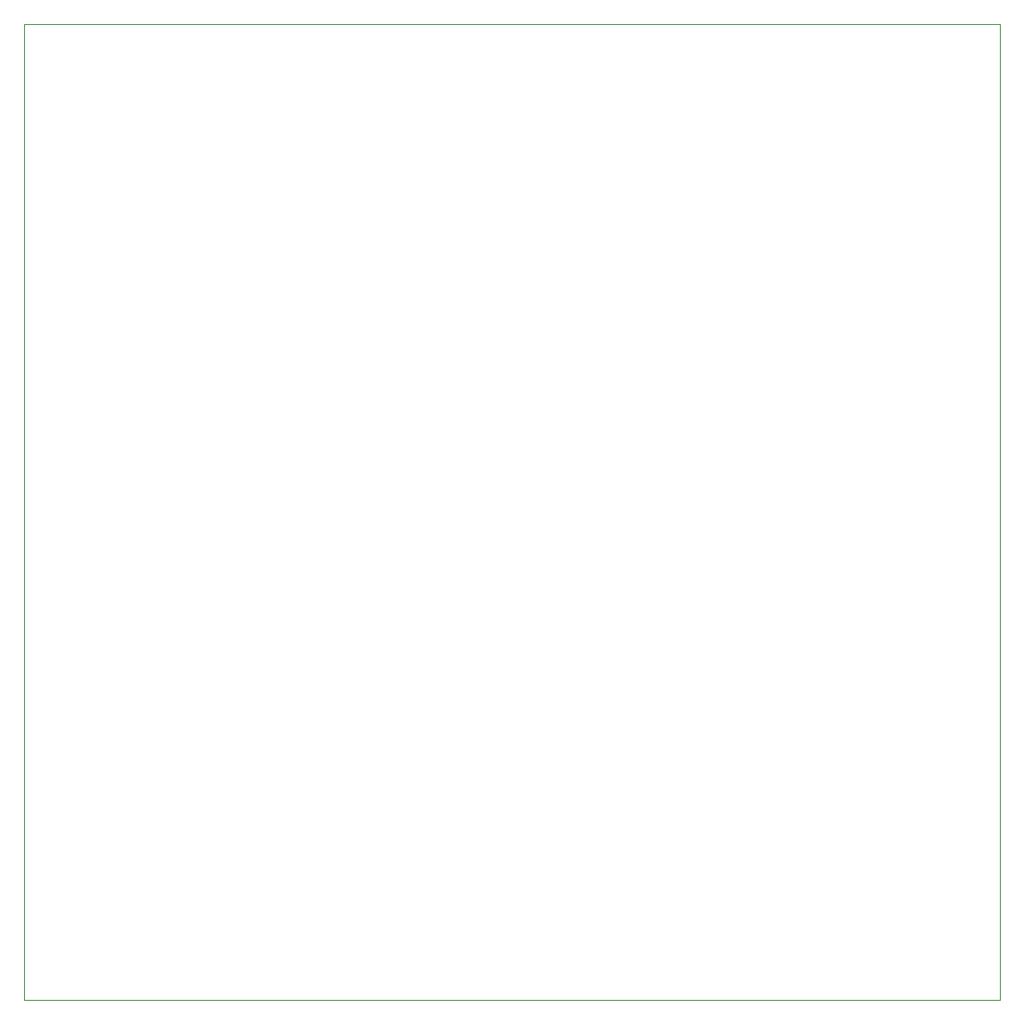
<source format=gbr>
%TF.GenerationSoftware,Altium Limited,Altium Designer,18.1.7 (191)*%
G04 Layer_Color=0*
%FSLAX43Y43*%
%MOMM*%
%TF.FileFunction,Profile,NP*%
%TF.Part,Single*%
G01*
G75*
%TA.AperFunction,Profile*%
%ADD107C,0.025*%
D107*
X-0Y92500D02*
X92500D01*
Y0D01*
X-0D01*
Y92500D01*
D01*
%TF.MD5,baf1a10538b17c2ece50c2c077d3a181*%
M02*

</source>
